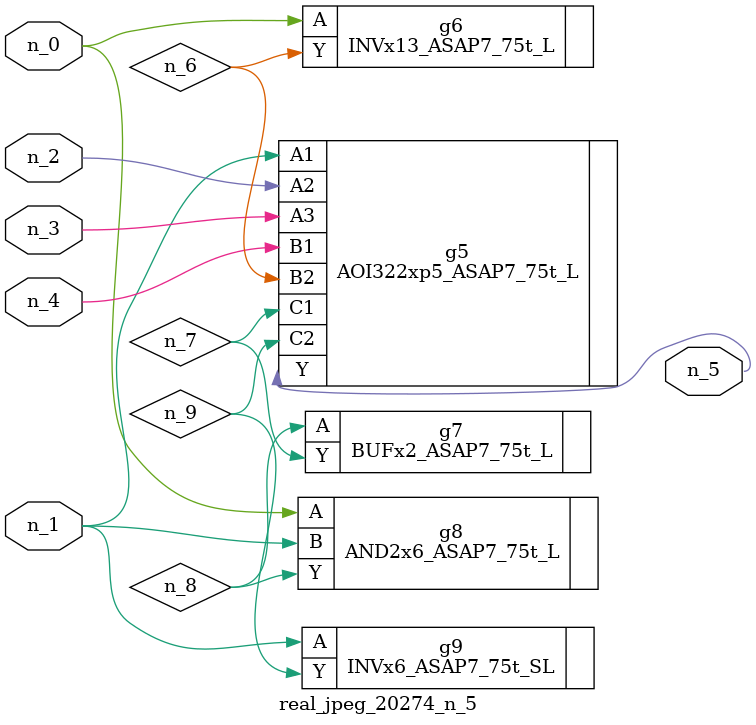
<source format=v>
module real_jpeg_20274_n_5 (n_4, n_0, n_1, n_2, n_3, n_5);

input n_4;
input n_0;
input n_1;
input n_2;
input n_3;

output n_5;

wire n_8;
wire n_6;
wire n_7;
wire n_9;

INVx13_ASAP7_75t_L g6 ( 
.A(n_0),
.Y(n_6)
);

AND2x6_ASAP7_75t_L g8 ( 
.A(n_0),
.B(n_1),
.Y(n_8)
);

AOI322xp5_ASAP7_75t_L g5 ( 
.A1(n_1),
.A2(n_2),
.A3(n_3),
.B1(n_4),
.B2(n_6),
.C1(n_7),
.C2(n_9),
.Y(n_5)
);

INVx6_ASAP7_75t_SL g9 ( 
.A(n_1),
.Y(n_9)
);

BUFx2_ASAP7_75t_L g7 ( 
.A(n_8),
.Y(n_7)
);


endmodule
</source>
